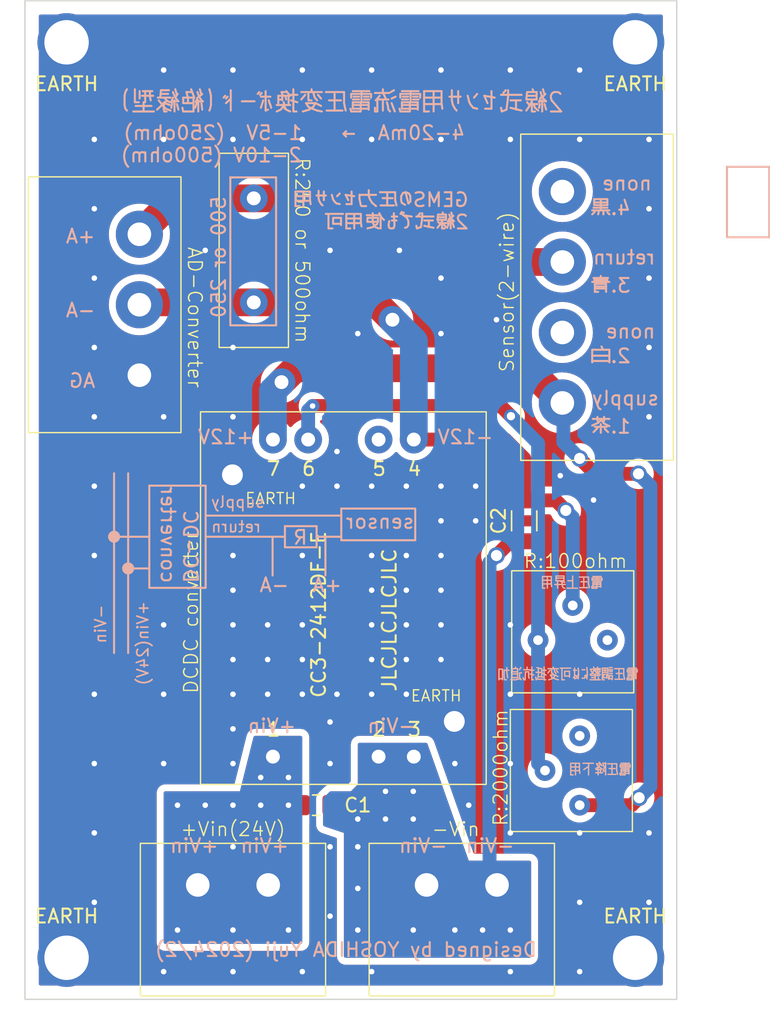
<source format=kicad_pcb>
(kicad_pcb (version 20221018) (generator pcbnew)
  (layers (0 "F.Cu" signal) (31 "B.Cu" signal) (34 "B.Paste" user) (35 "F.Paste" user) (36 "B.SilkS" user "B.Silkscreen") (37 "F.SilkS" user "F.Silkscreen") (38 "B.Mask" user) (39 "F.Mask" user) (44 "Edge.Cuts" user))
  (net 0 "")
  (net 1 "-12V")
  (net 2 "Earth")
  (net 3 "+12V")
  (net 7 "/+Vin")
  (net 8 "/-Vin")
  (net 9 "/+A")
  (net 10 "/TRM")
  (footprint "00_TDK:CC3-2412DF-E" (layer "F.Cu") (at 117.88 104.5 90)
    (fp_text reference "DCDC converter" (at 10.4 -5.9 90 unlocked) (layer "F.SilkS") (effects (font (thickness 0.1))))
    (fp_text value "CC3-2412Dx-E")
    (fp_rect (start -2 -5.22) (end 24.86 15.38) (stroke (width 0.1)) (fill none) (layer "F.SilkS"))
    (pad "1" thru_hole circle (at 0 0 90) (size 2 2) (drill 1) (layers "*.Cu" "*.Mask") (net 7 "/+Vin"))
    (pad "2" thru_hole circle (at 0 7.62 90) (size 2 2) (drill 1) (layers "*.Cu" "*.Mask") (net 8 "/-Vin"))
    (pad "3" thru_hole circle (at 0 10.16 90) (size 2 2) (drill 1) (layers "*.Cu" "*.Mask") (net 8 "/-Vin"))
    (pad "4" thru_hole circle (at 22.86 10.16 90) (size 2 2) (drill 1) (layers "*.Cu" "*.Mask") (net 1 "-12V"))
    (pad "5" thru_hole circle (at 22.86 7.62 90) (size 2 2) (drill 1) (layers "*.Cu" "*.Mask"))
    (pad "6" thru_hole circle (at 22.86 2.54 90) (size 2 2) (drill 1) (layers "*.Cu" "*.Mask") (net 10 "/TRM"))
    (pad "7" thru_hole circle (at 22.86 0 90) (size 2 2) (drill 1) (layers "*.Cu" "*.Mask") (net 3 "+12V"))
    (pad "8" thru_hole circle (at 2.54 13.08 90) (size 2.5 2.5) (drill 1.5) (layers "*.Cu" "*.Mask") (net 2 "Earth"))
    (pad "9" thru_hole circle (at 20.32 -2.92 90) (size 2.5 2.5) (drill 1.5) (layers "*.Cu" "*.Mask") (net 2 "Earth"))
  )
  (footprint "MountingHole:MountingHole_3.2mm_M3_ISO7380_Pad" (layer "F.Cu") (at 103 119)
    (fp_text reference "EARTH" (at 0 -3) (layer "F.SilkS"))
    (fp_text value "MountingHole_3.2mm_M3_ISO7380_Pad" hide)
    (pad "1" thru_hole circle (at 0 0) (size 4.2 4.2) (drill 3.2) (layers "*.Cu") (net 2 "Earth"))
  )
  (footprint "Capacitor_SMD:C_1206_3216Metric" (layer "F.Cu") (at 136 87.5 90)
    (fp_text reference "C2" (at 0 -1.85 90) (layer "F.SilkS"))
    (fp_text value "1nF")
    (fp_line (start -0.711252 -0.91) (end 0.711252 -0.91) (stroke (width 0.12)) (layer "F.SilkS"))
    (fp_line (start -0.711252 0.91) (end 0.711252 0.91) (stroke (width 0.12)) (layer "F.SilkS"))
    (pad "1" smd roundrect (at -1.475 0 90) (size 1.15 1.8) (layers "F.Cu" "F.Paste" "F.Mask") (roundrect_rratio 0.2173913043) (net 8 "/-Vin"))
    (pad "2" smd roundrect (at 1.475 0 90) (size 1.15 1.8) (layers "F.Cu" "F.Paste" "F.Mask") (roundrect_rratio 0.2173913043) (net 1 "-12V"))
  )
  (footprint "00_RSPro:conn_8971262_2H" (layer "F.Cu") (at 128.96 113.75)
    (fp_text reference "-Vin" (at 2.104 -4.022 unlocked) (layer "F.SilkS") (effects (font (thickness 0.1))))
    (fp_text value "Conn_01x02_Pin")
    (fp_rect (start -4.14 -3) (end 9.22 8) (stroke (width 0.1)) (fill none) (layer "F.SilkS"))
    (pad "1" thru_hole circle (at 0 0) (size 3.4 3.4) (drill 1.7) (layers "*.Cu" "*.Mask") (net 8 "/-Vin"))
    (pad "2" thru_hole circle (at 5.08 0) (size 3.4 3.4) (drill 1.7) (layers "*.Cu" "*.Mask") (net 8 "/-Vin"))
  )
  (footprint "MountingHole:MountingHole_3.2mm_M3_ISO7380_Pad" (layer "F.Cu") (at 142 55)
    (fp_text reference "EARTH" (at 2 1) (layer "F.SilkS"))
    (fp_text value "MountingHole_3.2mm_M3_ISO7380_Pad" hide)
    (pad "1" thru_hole circle (at 2 -2) (size 4.2 4.2) (drill 3.2) (layers "*.Cu") (net 2 "Earth"))
  )
  (footprint "MountingHole:MountingHole_3.2mm_M3_ISO7380_Pad" (layer "F.Cu") (at 144 119)
    (fp_text reference "EARTH" (at 0 -3) (layer "F.SilkS"))
    (fp_text value "MountingHole_3.2mm_M3_ISO7380_Pad" hide)
    (pad "1" thru_hole circle (at 0 0) (size 4.2 4.2) (drill 3.2) (layers "*.Cu") (net 2 "Earth"))
  )
  (footprint "Capacitor_SMD:C_0805_2012Metric" (layer "F.Cu") (at 121 108)
    (fp_text reference "C1" (at 3 0) (layer "F.SilkS"))
    (fp_text value "10uF")
    (fp_line (start -0.261252 -0.735) (end 0.261252 -0.735) (stroke (width 0.12)) (layer "F.SilkS"))
    (fp_line (start -0.261252 0.735) (end 0.261252 0.735) (stroke (width 0.12)) (layer "F.SilkS"))
    (pad "1" smd roundrect (at -0.95 0) (size 1 1.45) (layers "F.Cu" "F.Paste" "F.Mask") (net 7 "/+Vin"))
    (pad "2" smd roundrect (at 0.95 0) (size 1 1.45) (layers "F.Cu" "F.Paste" "F.Mask") (net 8 "/-Vin"))
  )
  (footprint "00_RSPro:conn_8971275_4H" (layer "F.Cu") (at 138.75 79 90)
    (fp_text reference "Sensor(2-wire)" (at 8 -4 90 unlocked) (layer "F.SilkS") (effects (font (thickness 0.1))))
    (fp_text value "Conn_01x04_Pin")
    (fp_rect (start -4.14 -3) (end 19.38 8) (stroke (width 0.1)) (fill none) (layer "F.SilkS"))
    (pad "1" thru_hole circle (at 0 0 90) (size 3.4 3.4) (drill 1.7) (layers "*.Cu" "*.Mask") (net 3 "+12V"))
    (pad "2" thru_hole circle (at 5.08 0 90) (size 3.4 3.4) (drill 1.7) (layers "*.Cu" "*.Mask"))
    (pad "3" thru_hole circle (at 10.16 0 90) (size 3.4 3.4) (drill 1.7) (layers "*.Cu" "*.Mask") (net 9 "/+A"))
    (pad "4" thru_hole circle (at 15.24 0 90) (size 3.4 3.4) (drill 1.7) (layers "*.Cu" "*.Mask"))
  )
  (footprint "00_Alpha_Electronics:MB_Series" (layer "F.Cu") (at 116.5 71.75 90)
    (fp_text reference "R:250 or 500ohm" (at 3.75 3.5 270 unlocked) (layer "F.SilkS") (effects (font (thickness 0.1))))
    (fp_text value "500")
    (fp_rect (start -3.25 -2.5) (end 10.75 2.5) (stroke (width 0.1)) (fill none) (layer "F.SilkS"))
    (pad "1" thru_hole circle (at 0 0 90) (size 2 2) (drill 1) (layers "*.Cu" "*.Mask") (net 1 "-12V"))
    (pad "2" thru_hole circle (at 7.5 0 90) (size 2 2) (drill 1) (layers "*.Cu" "*.Mask") (net 9 "/+A"))
  )
  (footprint "00_TOCOS:GF063P" (layer "F.Cu") (at 137 96.1)
    (fp_text reference "R:100ohm" (at 2.7 -5.7 unlocked) (layer "F.SilkS") (effects (font (thickness 0.1))))
    (fp_text value "100")
    (fp_rect (start -1.9 -5) (end 6.9 3.8) (stroke (width 0.1)) (fill none) (layer "F.SilkS"))
    (pad "1" thru_hole circle (at 0 0) (size 1.5 1.5) (drill 0.7) (layers "*.Cu" "*.Mask") (net 10 "/TRM"))
    (pad "2" thru_hole circle (at 2.5 -2.5) (size 1.5 1.5) (drill 0.7) (layers "*.Cu" "*.Mask") (net 1 "-12V"))
    (pad "3" thru_hole circle (at 5 0) (size 1.5 1.5) (drill 0.7) (layers "*.Cu" "*.Mask"))
  )
  (footprint "00_TOCOS:GF063P" (layer "F.Cu") (at 140 108 90)
    (fp_text reference "R:2000ohm" (at 2.7 -5.7 90 unlocked) (layer "F.SilkS") (effects (font (thickness 0.1))))
    (fp_text value "2k")
    (fp_rect (start -1.9 -5) (end 6.9 3.8) (stroke (width 0.1)) (fill none) (layer "F.SilkS"))
    (pad "1" thru_hole circle (at 0 0 90) (size 1.5 1.5) (drill 0.7) (layers "*.Cu" "*.Mask") (net 3 "+12V"))
    (pad "2" thru_hole circle (at 2.5 -2.5 90) (size 1.5 1.5) (drill 0.7) (layers "*.Cu" "*.Mask") (net 10 "/TRM"))
    (pad "3" thru_hole circle (at 5 0 90) (size 1.5 1.5) (drill 0.7) (layers "*.Cu" "*.Mask"))
  )
  (footprint "00_RSPro:conn_8971266_3H" (layer "F.Cu") (at 108.25 66.84 -90)
    (fp_text reference "AD-Converter" (at 6 -4 -90 unlocked) (layer "F.SilkS") (effects (font (thickness 0.1))))
    (fp_text value "Conn_01x03_Pin")
    (fp_rect (start -4.14 -3) (end 14.3 8) (stroke (width 0.1)) (fill none) (layer "F.SilkS"))
    (pad "1" thru_hole circle (at 0 0 270) (size 3.4 3.4) (drill 1.7) (layers "*.Cu" "*.Mask") (net 9 "/+A"))
    (pad "2" thru_hole circle (at 5.08 0 270) (size 3.4 3.4) (drill 1.7) (layers "*.Cu" "*.Mask") (net 1 "-12V"))
    (pad "3" thru_hole circle (at 10.16 0 270) (size 3.4 3.4) (drill 1.7) (layers "*.Cu" "*.Mask") (net 2 "Earth"))
  )
  (footprint "00_RSPro:conn_8971262_2H" (layer "F.Cu") (at 112.46 113.75)
    (fp_text reference "+Vin(24V)" (at 2.54 -4.022 unlocked) (layer "F.SilkS") (effects (font (thickness 0.1))))
    (fp_text value "Conn_01x02_Pin")
    (fp_rect (start -4.14 -3) (end 9.22 8) (stroke (width 0.1)) (fill none) (layer "F.SilkS"))
    (pad "1" thru_hole circle (at 0 0) (size 3.4 3.4) (drill 1.7) (layers "*.Cu" "*.Mask") (net 7 "/+Vin"))
    (pad "2" thru_hole circle (at 5.08 0) (size 3.4 3.4) (drill 1.7) (layers "*.Cu" "*.Mask") (net 7 "/+Vin"))
  )
  (footprint "MountingHole:MountingHole_3.2mm_M3_ISO7380_Pad" (layer "F.Cu") (at 105 55)
    (fp_text reference "EARTH" (at -2 1) (layer "F.SilkS"))
    (fp_text value "MountingHole_3.2mm_M3_ISO7380_Pad" hide)
    (pad "1" thru_hole circle (at -2 -2) (size 4.2 4.2) (drill 3.2) (layers "*.Cu") (net 2 "Earth"))
  )
  (gr_line (start 106.426 84.074) (end 106.426 97.028) (stroke (width 0.15)) (layer "B.SilkS"))
  (gr_circle (center 107.442 90.932) (end 107.80121 90.932) (stroke (width 0.15)) (fill solid) (layer "B.SilkS"))
  (gr_line (start 121.031 88.646) (end 122.682 88.646) (stroke (width 0.15)) (layer "B.SilkS"))
  (gr_rect (start 108.966 84.963) (end 113.03 92.329) (stroke (width 0.15)) (fill none) (layer "B.SilkS"))
  (gr_line (start 113.03 88.646) (end 118.618 88.646) (stroke (width 0.15)) (layer "B.SilkS"))
  (gr_rect (start 118.745 87.884) (end 121.031 89.408) (stroke (width 0.15)) (fill none) (layer "B.SilkS"))
  (gr_line (start 113.03 87.122) (end 122.809 87.122) (stroke (width 0.15)) (layer "B.SilkS"))
  (gr_line (start 117.856 88.646) (end 117.856 91.44) (stroke (width 0.15)) (layer "B.SilkS"))
  (gr_rect (start 150.622 61.976) (end 153.67 67.056) (stroke (width 0.15)) (fill none) (layer "B.SilkS"))
  (gr_line (start 121.666 91.44) (end 121.666 88.646) (stroke (width 0.15)) (layer "B.SilkS"))
  (gr_line (start 107.442 84.074) (end 107.442 97.028) (stroke (width 0.15)) (layer "B.SilkS"))
  (gr_rect (start 114.808 62.738) (end 118.11 73.406) (stroke (width 0.15)) (fill none) (layer "B.SilkS"))
  (gr_circle (center 106.426 88.646) (end 106.78521 88.646) (stroke (width 0.15)) (fill solid) (layer "B.SilkS"))
  (gr_rect (start 122.809 86.614) (end 128.143 88.9) (stroke (width 0.15)) (fill none) (layer "B.SilkS"))
  (gr_line (start 107.442 90.932) (end 108.966 90.932) (stroke (width 0.15)) (layer "B.SilkS"))
  (gr_line (start 108.966 88.646) (end 106.426 88.646) (stroke (width 0.15)) (layer "B.SilkS"))
  (gr_rect (start 100 50) (end 147 122) (stroke (width 0.1)) (fill none) (layer "Edge.Cuts"))
  (gr_text "-Vin" (at 105.918 93.472 90) (layer "B.SilkS") (effects (font (size 0.8 0.8) (thickness 0.12)) (justify left bottom mirror)))
  (gr_text "+Vin" (at 119.126 111.506) (layer "B.SilkS") (effects (font (size 1 1)) (justify left bottom mirror)))
  (gr_text "1.茶" (at 143.764 81.28) (layer "B.SilkS") (effects (font (size 1 1)) (justify left bottom mirror)))
  (gr_text "+Vin(24V)" (at 108.966 93.218 90) (layer "B.SilkS") (effects (font (size 0.8 0.8) (thickness 0.12)) (justify left bottom mirror)))
  (gr_text "DC-DC\nconverter" (at 109.728 92.075 -90) (layer "B.SilkS") (effects (font (size 1 1)) (justify left bottom mirror)))
  (gr_text "-12V" (at 133.858 82.042) (layer "B.SilkS") (effects (font (size 1 1)) (justify left bottom mirror)))
  (gr_text "+12V" (at 116.586 82.042) (layer "B.SilkS") (effects (font (size 1 1)) (justify left bottom mirror)))
  (gr_text "sensor" (at 128.143 88.138) (layer "B.SilkS") (effects (font (size 1 1)) (justify left bottom mirror)))
  (gr_text "supply" (at 117.348 86.614) (layer "B.SilkS") (effects (font (size 0.8 0.8) (thickness 0.12)) (justify left bottom mirror)))
  (gr_text "supply" (at 145.796 79.248) (layer "B.SilkS") (effects (font (size 1 1)) (justify left bottom mirror)))
  (gr_text "-A" (at 105.156 72.898) (layer "B.SilkS") (effects (font (size 1 1)) (justify left bottom mirror)))
  (gr_text "return" (at 145.542 69.088) (layer "B.SilkS") (effects (font (size 1 1)) (justify left bottom mirror)))
  (gr_text "電圧調整には可変抵抗追加" (at 144.272 99.06) (layer "B.SilkS") (effects (font (size 0.8 0.6) (thickness 0.1) bold) (justify left bottom mirror)))
  (gr_text "R" (at 120.456925 89.286009) (layer "B.SilkS") (effects (font (size 1 1)) (justify left bottom mirror)))
  (gr_text "電圧降下用" (at 143.764 105.918) (layer "B.SilkS") (effects (font (size 0.8 0.6) (thickness 0.1) bold) (justify left bottom mirror)))
  (gr_text "電圧上昇用" (at 141.732 92.456) (layer "B.SilkS") (effects (font (size 0.8 0.6) (thickness 0.1) bold) (justify left bottom mirror)))
  (gr_text "3.青" (at 143.764 71.12) (layer "B.SilkS") (effects (font (size 1 1)) (justify left bottom mirror)))
  (gr_text "2線式センサ用電流電圧変換ボード（絶縁型）" (at 138.938 58.166) (layer "B.SilkS") (effects (font (size 1.4 1.2)) (justify left bottom mirror)))
  (gr_text "return" (at 117.094 88.392) (layer "B.SilkS") (effects (font (size 0.8 0.8) (thickness 0.12)) (justify left bottom mirror)))
  (gr_text "+A" (at 122.936 92.71) (layer "B.SilkS") (effects (font (size 1 1)) (justify left bottom mirror)))
  (gr_text "-Vin" (at 130.556 111.506) (layer "B.SilkS") (effects (font (size 1 1)) (justify left bottom mirror)))
  (gr_text "2.白" (at 143.764 76.2) (layer "B.SilkS") (effects (font (size 1 1)) (justify left bottom mirror)))
  (gr_text "none" (at 145.288 63.754) (layer "B.SilkS") (effects (font (size 1 1)) (justify left bottom mirror)))
  (gr_text "Designed by YOSHIDA Yuji (2024/2)" (at 137 119) (layer "B.SilkS") (effects (font (size 1 1)) (justify left bottom mirror)))
  (gr_text "GEMSの圧力センサ用\n2線式でも使用可" (at 132.08 66.548) (layer "B.SilkS") (effects (font (size 1 1)) (justify left bottom mirror)))
  (gr_text "none" (at 145.542 74.422) (layer "B.SilkS") (effects (font (size 1 1)) (justify left bottom mirror)))
  (gr_text "500 or 250" (at 114.554 64.008 90) (layer "B.SilkS") (effects (font (size 1 1)) (justify left bottom mirror)))
  (gr_text "-Vin" (at 128.27 102.87) (layer "B.SilkS") (effects (font (size 1 1)) (justify left bottom mirror)))
  (gr_text "-Vin" (at 135.382 111.506) (layer "B.SilkS") (effects (font (size 1 1)) (justify left bottom mirror)))
  (gr_text "+Vin" (at 119.634 102.87) (layer "B.SilkS") (effects (font (size 1 1)) (justify left bottom mirror)))
  (gr_text "+Vin" (at 114.046 111.506) (layer "B.SilkS") (effects (font (size 1 1)) (justify left bottom mirror)))
  (gr_text "4.黒" (at 143.764 65.532) (layer "B.SilkS") (effects (font (size 1 1)) (justify left bottom mirror)))
  (gr_text "4-20mA	→	1-5V  (250ohm)\n			2-10V (500ohm)" (at 131.826 61.722) (layer "B.SilkS") (effects (font (size 1 1)) (justify left bottom mirror)))
  (gr_text "+A\n" (at 105.156 67.564) (layer "B.SilkS") (effects (font (size 1 1)) (justify left bottom mirror)))
  (gr_text "AG" (at 105.156 77.978) (layer "B.SilkS") (effects (font (size 1 1)) (justify left bottom mirror)))
  (gr_text "-A" (at 119.126 92.71) (layer "B.SilkS") (effects (font (size 1 1)) (justify left bottom mirror)))
  (gr_text "7" (at 117.348 84.328) (layer "F.SilkS") (effects (font (size 1 1)) (justify left bottom)))
  (gr_text "CC3-2412DF-E" (at 121.765817 100.351395 90) (layer "F.SilkS") (effects (font (size 1 1)) (justify left bottom)))
  (gr_text "EARTH" (at 127.762 100.584) (layer "F.SilkS") (effects (font (size 0.8 0.8) (thickness 0.1) bold) (justify left bottom)))
  (gr_text "5" (at 124.968 84.328) (layer "F.SilkS") (effects (font (size 1 1)) (justify left bottom)))
  (gr_text "6" (at 119.888 84.328) (layer "F.SilkS") (effects (font (size 1 1)) (justify left bottom)))
  (gr_text "EARTH" (at 115.824 86.36) (layer "F.SilkS") (effects (font (size 0.8 0.8) (thickness 0.1) bold) (justify left bottom)))
  (gr_text "JLCJLCJLCJLC" (at 126.85999 99.892417 90) (layer "F.SilkS") (effects (font (size 1 1)) (justify left bottom)))
  (gr_text "3" (at 127.508 103.124) (layer "F.SilkS") (effects (font (size 1 1)) (justify left bottom)))
  (gr_text "2" (at 124.968 103.124) (layer "F.SilkS") (effects (font (size 1 1)) (justify left bottom)))
  (gr_text "1" (at 117.348 103.124) (layer "F.SilkS") (effects (font (size 1 1)) (justify left bottom)))
  (gr_text "4" (at 127.508 84.328) (layer "F.SilkS") (effects (font (size 1 1)) (justify left bottom)))
  (segment (start 125.25 71.75) (end 126.5 73) (width 2) (layer "F.Cu") (net 1))
  (segment (start 108.42 71.75) (end 108.25 71.92) (width 2) (layer "F.Cu") (net 1))
  (segment (start 138.275 86.025) (end 139 86.75) (width 1) (layer "F.Cu") (net 1))
  (segment (start 134.64 81.64) (end 136 83) (width 1) (layer "F.Cu") (net 1))
  (segment (start 128.025 81.625) (end 128.04 81.64) (width 2) (layer "F.Cu") (net 1))
  (segment (start 136 83) (end 136 86.025) (width 1) (layer "F.Cu") (net 1))
  (segment (start 136 86.025) (end 138.275 86.025) (width 1) (layer "F.Cu") (net 1))
  (segment (start 128.04 81.64) (end 134.64 81.64) (width 1) (layer "F.Cu") (net 1))
  (segment (start 116.5 71.75) (end 125.25 71.75) (width 2) (layer "F.Cu") (net 1))
  (segment (start 116.5 71.75) (end 108.42 71.75) (width 2) (layer "F.Cu") (net 1))
  (via (at 139 86.75) (size 1.2) (drill 0.8) (layers "F.Cu" "B.Cu") (net 1))
  (via (at 126.5 73) (size 1.5) (drill 1) (layers "F.Cu" "B.Cu") (net 1))
  (segment (start 128.04 74.54) (end 128.04 81.64) (width 2) (layer "B.Cu") (net 1))
  (segment (start 108.17 71.75) (end 108 71.92) (width 2) (layer "B.Cu") (net 1))
  (segment (start 126.5 73) (end 128.04 74.54) (width 2) (layer "B.Cu") (net 1))
  (segment (start 139.5 93.6) (end 139.5 87.25) (width 1) (layer "B.Cu") (net 1))
  (segment (start 139.5 87.25) (end 139 86.75) (width 1) (layer "B.Cu") (net 1))
  (via (at 130 95) (size 0.8) (drill 0.4) (layers "F.Cu" "B.Cu") (net 2))
  (via (at 105 75) (size 0.8) (drill 0.4) (layers "F.Cu" "B.Cu") (net 2))
  (via (at 145 110) (size 0.8) (drill 0.4) (layers "F.Cu" "B.Cu") (net 2))
  (via (at 115 92.5) (size 0.8) (drill 0.4) (layers "F.Cu" "B.Cu") (net 2))
  (via (at 135 55) (size 0.8) (drill 0.4) (layers "F.Cu" "B.Cu") (net 2))
  (via (at 132.5 85) (size 0.8) (drill 0.4) (layers "F.Cu" "B.Cu") (net 2))
  (via (at 140 100) (size 0.8) (drill 0.4) (layers "F.Cu" "B.Cu") (net 2))
  (via (at 110 95) (size 0.8) (drill 0.4) (layers "F.Cu" "B.Cu") (net 2))
  (via (at 140 60) (size 0.8) (drill 0.4) (layers "F.Cu" "B.Cu") (net 2))
  (via (at 122 105) (size 0.8) (drill 0.4) (layers "F.Cu" "B.Cu") (net 2))
  (via (at 125 60) (size 0.8) (drill 0.4) (layers "F.Cu" "B.Cu") (net 2))
  (via (at 125 95) (size 0.8) (drill 0.4) (layers "F.Cu" "B.Cu") (net 2))
  (via (at 115 80) (size 0.8) (drill 0.4) (layers "F.Cu" "B.Cu") (net 2))
  (via (at 130 55) (size 0.8) (drill 0.4) (layers "F.Cu" "B.Cu") (net 2))
  (via (at 130 87.5) (size 0.8) (drill 0.4) (layers "F.Cu" "B.Cu") (net 2))
  (via (at 135 120) (size 0.8) (drill 0.4) (layers "F.Cu" "B.Cu") (net 2))
  (via (at 140 110) (size 0.8) (drill 0.4) (layers "F.Cu" "B.Cu") (net 2))
  (via (at 122 68) (size 0.8) (drill 0.4) (layers "F.Cu" "B.Cu") (net 2))
  (via (at 125 100) (size 0.8) (drill 0.4) (layers "F.Cu" "B.Cu") (net 2))
  (via (at 115 100) (size 0.8) (drill 0.4) (layers "F.Cu" "B.Cu") (net 2))
  (via (at 117.5 95) (size 0.8) (drill 0.4) (layers "F.Cu" "B.Cu") (net 2))
  (via (at 125 85) (size 0.8) (drill 0.4) (layers "F.Cu" "B.Cu") (net 2))
  (via (at 122 111) (size 0.8) (drill 0.4) (layers "F.Cu" "B.Cu") (net 2))
  (via (at 113 68) (size 0.8) (drill 0.4) (layers "F.Cu" "B.Cu") (net 2))
  (via (at 122.5 100) (size 0.8) (drill 0.4) (layers "F.Cu" "B.Cu") (net 2))
  (via (at 105 90) (size 0.8) (drill 0.4) (layers "F.Cu" "B.Cu") (net 2))
  (via (at 140 115) (size 0.8) (drill 0.4) (layers "F.Cu" "B.Cu") (net 2))
  (via (at 141 86) (size 0.8) (drill 0.4) (layers "F.Cu" "B.Cu") (net 2))
  (via (at 105 65) (size 0.8) (drill 0.4) (layers "F.Cu" "B.Cu") (net 2))
  (via (at 134 73) (size 0.8) (drill 0.4) (layers "F.Cu" "B.Cu") (net 2))
  (via (at 145 60) (size 0.8) (drill 0.4) (layers "F.Cu" "B.Cu") (net 2))
  (via (at 127.5 95) (size 0.8) (drill 0.4) (layers "F.Cu" "B.Cu") (net 2))
  (via (at 122.5 85) (size 0.8) (drill 0.4) (layers "F.Cu" "B.Cu") (net 2))
  (via (at 131 105) (size 0.8) (drill 0.4) (layers "F.Cu" "B.Cu") (net 2))
  (via (at 105 70) (size 0.8) (drill 0.4) (layers "F.Cu" "B.Cu") (net 2))
  (via (at 120 100) (size 0.8) (drill 0.4) (layers "F.Cu" "B.Cu") (net 2))
  (via (at 120 97.5) (size 0.8) (drill 0.4) (layers "F.Cu" "B.Cu") (net 2))
  (via (at 135 105) (size 0.8) (drill 0.4) (layers "F.Cu" "B.Cu") (net 2))
  (via (at 130 97.5) (size 0.8) (drill 0.4) (layers "F.Cu" "B.Cu") (net 2))
  (via (at 105 85) (size 0.8) (drill 0.4) (layers "F.Cu" "B.Cu") (net 2))
  (via (at 125 120) (size 0.8) (drill 0.4) (layers "F.Cu" "B.Cu") (net 2))
  (via (at 110 105) (size 0.8) (drill 0.4) (layers "F.Cu" "B.Cu") (net 2))
  (via (at 115 120) (size 0.8) (drill 0.4) (layers "F.Cu" "B.Cu") (net 2))
  (via (at 120 90) (size 0.8) (drill 0.4) (layers "F.Cu" "B.Cu") (net 2))
  (via (at 132 108) (size 0.8) (drill 0.4) (layers "F.Cu" "B.Cu") (net 2))
  (via (at 124 74) (size 0.8) (drill 0.4) (layers "F.Cu" "B.Cu") (net 2))
  (via (at 117.5 100) (size 0.8) (drill 0.4) (layers "F.Cu" "B.Cu") (net 2))
  (via (at 127.5 97.5) (size 0.8) (drill 0.4) (layers "F.Cu" "B.Cu") (net 2))
  (via (at 130 74) (size 0.8) (drill 0.4) (layers "F.Cu" "B.Cu") (net 2))
  (via (at 140 55) (size 0.8) (drill 0.4) (layers "F.Cu" "B.Cu") (net 2))
  (via (at 125 90) (size 0.8) (drill 0.4) (layers "F.Cu" "B.Cu") (net 2))
  (via (at 135 95) (size 0.8) (drill 0.4) (layers "F.Cu" "B.Cu") (net 2))
  (via (at 127 68) (size 0.8) (drill 0.4) (layers "F.Cu" "B.Cu") (net 2))
  (via (at 105 100) (size 0.8) (drill 0.4) (layers "F.Cu" "B.Cu") (net 2))
  (via (at 135 60) (size 0.8) (drill 0.4) (layers "F.Cu" "B.Cu") (net 2))
  (via (at 105 115) (size 0.8) (drill 0.4) (layers "F.Cu" "B.Cu") (net 2))
  (via (at 115 97.5) (size 0.8) (drill 0.4) (layers "F.Cu" "B.Cu") (net 2))
  (via (at 120 120) (size 0.8) (drill 0.4) (layers "F.Cu" "B.Cu") (net 2))
  (via (at 110 60) (size 0.8) (drill 0.4) (layers "F.Cu" "B.Cu") (net 2))
  (via (at 127.5 90) (size 0.8) (drill 0.4) (layers "F.Cu" "B.Cu") (net 2))
  (via (at 145 115) (size 0.8) (drill 0.4) (layers "F.Cu" "B.Cu") (net 2))
  (via (at 130 70) (size 0.8) (drill 0.4) (layers "F.Cu" "B.Cu") (net 2))
  (via (at 105 80) (size 0.8) (drill 0.4) (layers "F.Cu" "B.Cu") (net 2))
  (via (at 110 80) (size 0.8) (drill 0.4) (layers "F.Cu" "B.Cu") (net 2))
  (via (at 145 70) (size 0.8) (drill 0.4) (layers "F.Cu" "B.Cu") (net 2))
  (via (at 120 55) (size 0.8) (drill 0.4) (layers "F.Cu" "B.Cu") (net 2))
  (via (at 130 92.5) (size 0.8) (drill 0.4) (layers "F.Cu" "B.Cu") (net 2))
  (via (at 122 116) (size 0.8) (drill 0.4) (layers "F.Cu" "B.Cu") (net 2))
  (via (at 120 60) (size 0.8) (drill 0.4) (layers "F.Cu" "B.Cu") (net 2))
  (via (at 130 90) (size 0.8) (drill 0.4) (layers "F.Cu" "B.Cu") (net 2))
  (via (at 115 55) (size 0.8) (drill 0.4) (layers "F.Cu" "B.Cu") (net 2))
  (via (at 115 105) (size 0.8) (drill 0.4) (layers "F.Cu" "B.Cu") (net 2))
  (via (at 125 97.5) (size 0.8) (drill 0.4) (layers "F.Cu" "B.Cu") (net 2))
  (via (at 110 55) (size 0.8) (drill 0.4) (layers "F.Cu" "B.Cu") (net 2))
  (via (at 117.5 97.5) (size 0.8) (drill 0.4) (layers "F.Cu" "B.Cu") (net 2))
  (via (at 105 110) (size 0.8) (drill 0.4) (layers "F.Cu" "B.Cu") (net 2))
  (via (at 125 55) (size 0.8) (drill 0.4) (layers "F.Cu" "B.Cu") (net 2))
  (via (at 127.5 100) (size 0.8) (drill 0.4) (layers "F.Cu" "B.Cu") (net 2))
  (via (at 105 105) (size 0.8) (drill 0.4) (layers "F.Cu" "B.Cu") (net 2))
  (via (at 127.5 85) (size 0.8) (drill 0.4) (layers "F.Cu" "B.Cu") (net 2))
  (via (at 135 110) (size 0.8) (drill 0.4) (layers "F.Cu" "B.Cu") (net 2))
  (via (at 115 75) (size 0.8) (drill 0.4) (layers "F.Cu" "B.Cu") (net 2))
  (via (at 122 102) (size 0.8) (drill 0.4) (layers "F.Cu" "B.Cu") (net 2))
  (via (at 115 102.5) (size 0.8) (drill 0.4) (layers "F.Cu" "B.Cu") (net 2))
  (via (at 115 60) (size 0.8) (drill 0.4) (layers "F.Cu" "B.Cu") (net 2))
  (via (at 115 90) (size 0.8) (drill 0.4) (layers "F.Cu" "B.Cu") (net 2))
  (via (at 145 75) (size 0.8) (drill 0.4) (layers "F.Cu" "B.Cu") (net 2))
  (via (at 125 92.5) (size 0.8) (drill 0.4) (layers "F.Cu" "B.Cu") (net 2))
  (via (at 132.5 87.5) (size 0.8) (drill 0.4) (layers "F.Cu" "B.Cu") (net 2))
  (via (at 130 60) (size 0.8) (drill 0.4) (layers "F.Cu" "B.Cu") (net 2))
  (via (at 105 60) (size 0.8) (drill 0.4) (layers "F.Cu" "B.Cu") (net 2))
  (via (at 120 85) (size 0.8) (drill 0.4) (layers "F.Cu" "B.Cu") (net 2))
  (via (at 138.600417 84.243813) (size 0.8) (drill 0.4) (layers "F.Cu" "B.Cu") (net 2))
  (via (at 130 85) (size 0.8) (drill 0.4) (layers "F.Cu" "B.Cu") (net 2))
  (via (at 127.5 92.5) (size 0.8) (drill 0.4) (layers "F.Cu" "B.Cu") (net 2))
  (via (at 110 100) (size 0.8) (drill 0.4) (layers "F.Cu" "B.Cu") (net 2))
  (via (at 145 80) (size 0.8) (drill 0.4) (layers "F.Cu" "B.Cu") (net 2))
  (via (at 110 120) (size 0.8) (drill 0.4) (layers "F.Cu" "B.Cu") (net 2))
  (via (at 145 65) (size 0.8) (drill 0.4) (layers "F.Cu" "B.Cu") (net 2))
  (via (at 120 95) (size 0.8) (drill 0.4) (layers "F.Cu" "B.Cu") (net 2))
  (via (at 135 100) (size 0.8) (drill 0.4) (layers "F.Cu" "B.Cu") (net 2))
  (via (at 140 120) (size 0.8) (drill 0.4) (layers "F.Cu" "B.Cu") (net 2))
  (via (at 122.5 82.5) (size 0.8) (drill 0.4) (layers "F.Cu" "B.Cu") (net 2))
  (via (at 115 95) (size 0.8) (drill 0.4) (layers "F.Cu" "B.Cu") (net 2))
  (segment (start 119.5 76.5) (end 136.25 76.5) (width 2) (layer "F.Cu") (net 3))
  (segment (start 141.11 84.11) (end 144.24 84.11) (width 1) (layer "F.Cu") (net 3))
  (segment (start 118.5 77.5) (end 119.5 76.5) (width 2) (layer "F.Cu") (net 3))
  (segment (start 140 83) (end 141.11 84.11) (width 1) (layer "F.Cu") (net 3))
  (segment (start 143.75 108) (end 144.29 107.46) (width 1) (layer "F.Cu") (net 3))
  (segment (start 140 108) (end 143.75 108) (width 1) (layer "F.Cu") (net 3))
  (segment (start 136.25 76.5) (end 138.75 79) (width 2) (layer "F.Cu") (net 3))
  (via (at 118.5 77.5) (size 1.5) (drill 1) (layers "F.Cu" "B.Cu") (net 3))
  (via (at 144.24 84.11) (size 1.2) (drill 0.8) (layers "F.Cu" "B.Cu") (net 3))
  (via (at 140 83) (size 1.2) (drill 0.8) (layers "F.Cu" "B.Cu") (net 3))
  (via (at 144.29 107.46) (size 1.2) (drill 0.8) (layers "F.Cu" "B.Cu") (net 3))
  (segment (start 117.88 81.64) (end 117.88 78.12) (width 2) (layer "B.Cu") (net 3))
  (segment (start 138.83 79.08) (end 138.75 79) (width 1) (layer "B.Cu") (net 3))
  (segment (start 140 83) (end 138.83 81.83) (width 1) (layer "B.Cu") (net 3))
  (segment (start 145.1 105.62) (end 145.1 84.97) (width 1) (layer "B.Cu") (net 3))
  (segment (start 138.83 81.83) (end 138.83 79.08) (width 1) (layer "B.Cu") (net 3))
  (segment (start 144.29 107.46) (end 145.1 106.65) (width 1) (layer "B.Cu") (net 3))
  (segment (start 117.88 78.12) (end 118.5 77.5) (width 2) (layer "B.Cu") (net 3))
  (segment (start 145.1 84.97) (end 144.24 84.11) (width 1) (layer "B.Cu") (net 3))
  (segment (start 145.1 106.65) (end 145.1 105.62) (width 1) (layer "B.Cu") (net 3))
  (segment (start 117.88 113.66) (end 117.54 114) (width 2) (layer "F.Cu") (net 7))
  (segment (start 117.88 113.41) (end 117.54 113.75) (width 2) (layer "F.Cu") (net 7))
  (via (at 117 108) (size 0.8) (drill 0.4) (layers "F.Cu" "B.Cu") (net 7))
  (via (at 117 106) (size 0.8) (drill 0.4) (layers "F.Cu" "B.Cu") (net 7))
  (via (at 111 108) (size 0.8) (drill 0.4) (layers "F.Cu" "B.Cu") (net 7))
  (via (at 115 111) (size 0.8) (drill 0.4) (layers "F.Cu" "B.Cu") (net 7))
  (via (at 115 108) (size 0.8) (drill 0.4) (layers "F.Cu" "B.Cu") (net 7))
  (via (at 115 117) (size 0.8) (drill 0.4) (layers "F.Cu" "B.Cu") (net 7))
  (via (at 113 108) (size 0.8) (drill 0.4) (layers "F.Cu" "B.Cu") (net 7))
  (via (at 119 106) (size 0.8) (drill 0.4) (layers "F.Cu" "B.Cu") (net 7))
  (via (at 111 117) (size 0.8) (drill 0.4) (layers "F.Cu" "B.Cu") (net 7))
  (via (at 119 117) (size 0.8) (drill 0.4) (layers "F.Cu" "B.Cu") (net 7))
  (via (at 119 108) (size 0.8) (drill 0.4) (layers "F.Cu" "B.Cu") (net 7))
  (segment (start 135.025 88.975) (end 136 88.975) (width 1) (layer "F.Cu") (net 8))
  (segment (start 134 90) (end 135.025 88.975) (width 1) (layer "F.Cu") (net 8))
  (via (at 135 117) (size 0.8) (drill 0.4) (layers "F.Cu" "B.Cu") (net 8))
  (via (at 124 111) (size 0.8) (drill 0.4) (layers "F.Cu" "B.Cu") (net 8))
  (via (at 124 117) (size 0.8) (drill 0.4) (layers "F.Cu" "B.Cu") (net 8))
  (via (at 128 109) (size 0.8) (drill 0.4) (layers "F.Cu" "B.Cu") (net 8))
  (via (at 128 107) (size 0.8) (drill 0.4) (layers "F.Cu" "B.Cu") (net 8))
  (via (at 134 90) (size 1.2) (drill 0.8) (layers "F.Cu" "B.Cu") (net 8))
  (via (at 126 107) (size 0.8) (drill 0.4) (layers "F.Cu" "B.Cu") (net 8))
  (via (at 133 117) (size 0.8) (drill 0.4) (layers "F.Cu" "B.Cu") (net 8))
  (via (at 126 109) (size 0.8) (drill 0.4) (layers "F.Cu" "B.Cu") (net 8))
  (via (at 124 109) (size 0.8) (drill 0.4) (layers "F.Cu" "B.Cu") (net 8))
  (via (at 131 117) (size 0.8) (drill 0.4) (layers "F.Cu" "B.Cu") (net 8))
  (via (at 124 114) (size 0.8) (drill 0.4) (layers "F.Cu" "B.Cu") (net 8))
  (via (at 128 117) (size 0.8) (drill 0.4) (layers "F.Cu" "B.Cu") (net 8))
  (segment (start 133.5 90.5) (end 133.5 113.21) (width 1) (layer "B.Cu") (net 8))
  (segment (start 134 90) (end 133.5 90.5) (width 1) (layer "B.Cu") (net 8))
  (segment (start 133.5 113.21) (end 134.04 113.75) (width 1) (layer "B.Cu") (net 8))
  (segment (start 136.34 68.84) (end 131.75 64.25) (width 2) (layer "F.Cu") (net 9))
  (segment (start 131.75 64.25) (end 116.5 64.25) (width 2) (layer "F.Cu") (net 9))
  (segment (start 110.84 64.25) (end 108.25 66.84) (width 2) (layer "F.Cu") (net 9))
  (segment (start 138.75 68.84) (end 136.34 68.84) (width 2) (layer "F.Cu") (net 9))
  (segment (start 116.5 64.25) (end 110.84 64.25) (width 2) (layer "F.Cu") (net 9))
  (segment (start 134.31 79.22) (end 120.74 79.22) (width 1) (layer "F.Cu") (net 10))
  (segment (start 135.045 79.955) (end 134.31 79.22) (width 1) (layer "F.Cu") (net 10))
  (via (at 135.045 79.955) (size 1) (drill 0.6) (layers "F.Cu" "B.Cu") (net 10))
  (via (at 120.74 79.22) (size 0.8) (drill 0.4) (layers "F.Cu" "B.Cu") (net 10))
  (segment (start 137 96.1) (end 137 105) (width 1) (layer "B.Cu") (net 10))
  (segment (start 137 105) (end 137.5 105.5) (width 0.25) (layer "B.Cu") (net 10))
  (segment (start 137 81.91) (end 137 96.1) (width 1) (layer "B.Cu") (net 10))
  (segment (start 135.045 79.955) (end 137 81.91) (width 1) (layer "B.Cu") (net 10))
  (segment (start 120.42 81.64) (end 120.42 79.54) (width 1) (layer "B.Cu") (net 10))
  (segment (start 120.42 79.54) (end 120.74 79.22) (width 1) (layer "B.Cu") (net 10))
  (zone (net 7) (net_name "/+Vin") (layer "F.Cu") (priority 2) (connect_pads yes (clearance 0.5)) (min_thickness 0.25) (fill yes (thermal_gap 0.5) (thermal_bridge_width 0.5))
    (polygon (pts (xy 120 118) (xy 110 118) (xy 110 107) (xy 115.5 107) (xy 116.5 103) (xy 120 103)))
  )
  (zone (net 8) (net_name "/-Vin") (layer "F.Cu") (priority 3) (connect_pads yes (clearance 0.5)) (min_thickness 0.25) (fill yes (thermal_gap 0.5) (thermal_bridge_width 0.5))
    (polygon (pts (xy 132 112) (xy 129 103.5) (xy 124 103.5) (xy 124 106.5) (xy 123.5 107) (xy 122 107) (xy 121.5 107.5) (xy 121.5 109.5) (xy 123 110) (xy 123 119) (xy 136.5 119) (xy 136.5 112)))
  )
  (zone (net 2) (net_name "Earth") (layer "F.Cu") (connect_pads yes (clearance 0.5)) (min_thickness 0.25) (fill yes (thermal_gap 0.5) (thermal_bridge_width 0.5))
    (polygon (pts (xy 101 51) (xy 101 121) (xy 146 121) (xy 146 51)))
  )
  (zone (net 7) (net_name "/+Vin") (layer "B.Cu") (priority 5) (connect_pads yes (clearance 0.5)) (min_thickness 0.25) (fill yes (thermal_gap 0.5) (thermal_bridge_width 0.5))
    (polygon (pts (xy 116.5 103) (xy 120 103) (xy 120 118) (xy 110 118) (xy 110 107) (xy 115.5 107)))
  )
  (zone (net 2) (net_name "Earth") (layer "B.Cu") (priority 1) (connect_pads yes (clearance 0.5)) (min_thickness 0.25) (fill yes (thermal_gap 0.5) (thermal_bridge_width 0.5))
    (polygon (pts (xy 101 51) (xy 101 121) (xy 146 121) (xy 146 51)))
  )
  (zone (net 8) (net_name "/-Vin") (layer "B.Cu") (priority 4) (connect_pads yes (clearance 0.5)) (min_thickness 0.25) (fill yes (thermal_gap 0.5) (thermal_bridge_width 0.5))
    (polygon (pts (xy 124 103.5) (xy 124 106.5) (xy 123.5 107) (xy 122 107) (xy 121.5 107.5) (xy 121.5 109.5) (xy 123 110) (xy 123 119) (xy 136.5 119) (xy 136.5 112) (xy 132 112) (xy 129 103.5)))
  )
)
</source>
